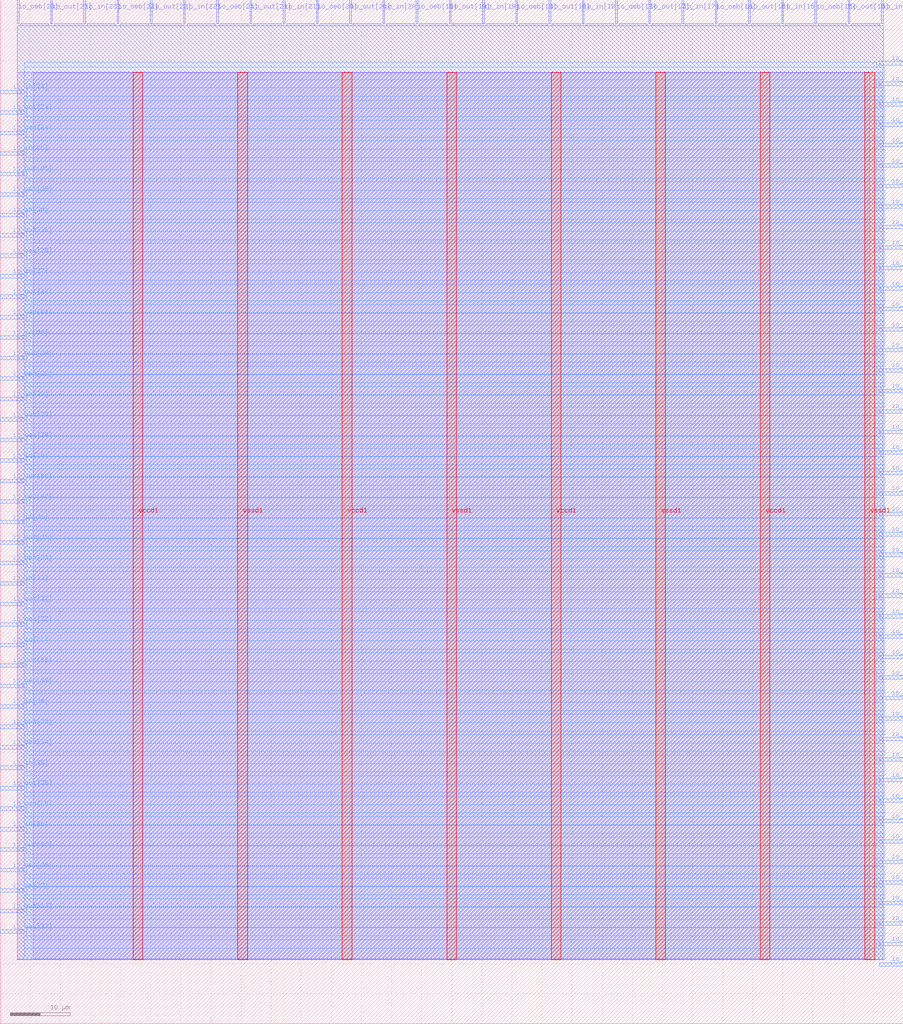
<source format=lef>
VERSION 5.7 ;
  NOWIREEXTENSIONATPIN ON ;
  DIVIDERCHAR "/" ;
  BUSBITCHARS "[]" ;
MACRO tiny_user_project
  CLASS BLOCK ;
  FOREIGN tiny_user_project ;
  ORIGIN 0.000 0.000 ;
  SIZE 150.000 BY 170.000 ;
  PIN io_in[0]
    DIRECTION INPUT ;
    USE SIGNAL ;
    PORT
      LAYER met3 ;
        RECT 146.000 9.560 150.000 10.160 ;
    END
  END io_in[0]
  PIN io_in[10]
    DIRECTION INPUT ;
    USE SIGNAL ;
    PORT
      LAYER met3 ;
        RECT 146.000 111.560 150.000 112.160 ;
    END
  END io_in[10]
  PIN io_in[11]
    DIRECTION INPUT ;
    USE SIGNAL ;
    PORT
      LAYER met3 ;
        RECT 146.000 121.760 150.000 122.360 ;
    END
  END io_in[11]
  PIN io_in[12]
    DIRECTION INPUT ;
    USE SIGNAL ;
    PORT
      LAYER met3 ;
        RECT 146.000 131.960 150.000 132.560 ;
    END
  END io_in[12]
  PIN io_in[13]
    DIRECTION INPUT ;
    USE SIGNAL ;
    PORT
      LAYER met3 ;
        RECT 146.000 142.160 150.000 142.760 ;
    END
  END io_in[13]
  PIN io_in[14]
    DIRECTION INPUT ;
    USE SIGNAL ;
    PORT
      LAYER met3 ;
        RECT 146.000 152.360 150.000 152.960 ;
    END
  END io_in[14]
  PIN io_in[15]
    DIRECTION INPUT ;
    USE SIGNAL ;
    PORT
      LAYER met2 ;
        RECT 146.370 166.000 146.650 170.000 ;
    END
  END io_in[15]
  PIN io_in[16]
    DIRECTION INPUT ;
    USE SIGNAL ;
    PORT
      LAYER met2 ;
        RECT 129.810 166.000 130.090 170.000 ;
    END
  END io_in[16]
  PIN io_in[17]
    DIRECTION INPUT ;
    USE SIGNAL ;
    PORT
      LAYER met2 ;
        RECT 113.250 166.000 113.530 170.000 ;
    END
  END io_in[17]
  PIN io_in[18]
    DIRECTION INPUT ;
    USE SIGNAL ;
    PORT
      LAYER met2 ;
        RECT 96.690 166.000 96.970 170.000 ;
    END
  END io_in[18]
  PIN io_in[19]
    DIRECTION INPUT ;
    USE SIGNAL ;
    PORT
      LAYER met2 ;
        RECT 80.130 166.000 80.410 170.000 ;
    END
  END io_in[19]
  PIN io_in[1]
    DIRECTION INPUT ;
    USE SIGNAL ;
    PORT
      LAYER met3 ;
        RECT 146.000 19.760 150.000 20.360 ;
    END
  END io_in[1]
  PIN io_in[20]
    DIRECTION INPUT ;
    USE SIGNAL ;
    PORT
      LAYER met2 ;
        RECT 63.570 166.000 63.850 170.000 ;
    END
  END io_in[20]
  PIN io_in[21]
    DIRECTION INPUT ;
    USE SIGNAL ;
    PORT
      LAYER met2 ;
        RECT 47.010 166.000 47.290 170.000 ;
    END
  END io_in[21]
  PIN io_in[22]
    DIRECTION INPUT ;
    USE SIGNAL ;
    PORT
      LAYER met2 ;
        RECT 30.450 166.000 30.730 170.000 ;
    END
  END io_in[22]
  PIN io_in[23]
    DIRECTION INPUT ;
    USE SIGNAL ;
    PORT
      LAYER met2 ;
        RECT 13.890 166.000 14.170 170.000 ;
    END
  END io_in[23]
  PIN io_in[24]
    DIRECTION INPUT ;
    USE SIGNAL ;
    PORT
      LAYER met3 ;
        RECT 0.000 154.400 4.000 155.000 ;
    END
  END io_in[24]
  PIN io_in[25]
    DIRECTION INPUT ;
    USE SIGNAL ;
    PORT
      LAYER met3 ;
        RECT 0.000 144.200 4.000 144.800 ;
    END
  END io_in[25]
  PIN io_in[26]
    DIRECTION INPUT ;
    USE SIGNAL ;
    PORT
      LAYER met3 ;
        RECT 0.000 134.000 4.000 134.600 ;
    END
  END io_in[26]
  PIN io_in[27]
    DIRECTION INPUT ;
    USE SIGNAL ;
    PORT
      LAYER met3 ;
        RECT 0.000 123.800 4.000 124.400 ;
    END
  END io_in[27]
  PIN io_in[28]
    DIRECTION INPUT ;
    USE SIGNAL ;
    PORT
      LAYER met3 ;
        RECT 0.000 113.600 4.000 114.200 ;
    END
  END io_in[28]
  PIN io_in[29]
    DIRECTION INPUT ;
    USE SIGNAL ;
    PORT
      LAYER met3 ;
        RECT 0.000 103.400 4.000 104.000 ;
    END
  END io_in[29]
  PIN io_in[2]
    DIRECTION INPUT ;
    USE SIGNAL ;
    PORT
      LAYER met3 ;
        RECT 146.000 29.960 150.000 30.560 ;
    END
  END io_in[2]
  PIN io_in[30]
    DIRECTION INPUT ;
    USE SIGNAL ;
    PORT
      LAYER met3 ;
        RECT 0.000 93.200 4.000 93.800 ;
    END
  END io_in[30]
  PIN io_in[31]
    DIRECTION INPUT ;
    USE SIGNAL ;
    PORT
      LAYER met3 ;
        RECT 0.000 83.000 4.000 83.600 ;
    END
  END io_in[31]
  PIN io_in[32]
    DIRECTION INPUT ;
    USE SIGNAL ;
    PORT
      LAYER met3 ;
        RECT 0.000 72.800 4.000 73.400 ;
    END
  END io_in[32]
  PIN io_in[33]
    DIRECTION INPUT ;
    USE SIGNAL ;
    PORT
      LAYER met3 ;
        RECT 0.000 62.600 4.000 63.200 ;
    END
  END io_in[33]
  PIN io_in[34]
    DIRECTION INPUT ;
    USE SIGNAL ;
    PORT
      LAYER met3 ;
        RECT 0.000 52.400 4.000 53.000 ;
    END
  END io_in[34]
  PIN io_in[35]
    DIRECTION INPUT ;
    USE SIGNAL ;
    PORT
      LAYER met3 ;
        RECT 0.000 42.200 4.000 42.800 ;
    END
  END io_in[35]
  PIN io_in[36]
    DIRECTION INPUT ;
    USE SIGNAL ;
    PORT
      LAYER met3 ;
        RECT 0.000 32.000 4.000 32.600 ;
    END
  END io_in[36]
  PIN io_in[37]
    DIRECTION INPUT ;
    USE SIGNAL ;
    PORT
      LAYER met3 ;
        RECT 0.000 21.800 4.000 22.400 ;
    END
  END io_in[37]
  PIN io_in[3]
    DIRECTION INPUT ;
    USE SIGNAL ;
    PORT
      LAYER met3 ;
        RECT 146.000 40.160 150.000 40.760 ;
    END
  END io_in[3]
  PIN io_in[4]
    DIRECTION INPUT ;
    USE SIGNAL ;
    PORT
      LAYER met3 ;
        RECT 146.000 50.360 150.000 50.960 ;
    END
  END io_in[4]
  PIN io_in[5]
    DIRECTION INPUT ;
    USE SIGNAL ;
    PORT
      LAYER met3 ;
        RECT 146.000 60.560 150.000 61.160 ;
    END
  END io_in[5]
  PIN io_in[6]
    DIRECTION INPUT ;
    USE SIGNAL ;
    PORT
      LAYER met3 ;
        RECT 146.000 70.760 150.000 71.360 ;
    END
  END io_in[6]
  PIN io_in[7]
    DIRECTION INPUT ;
    USE SIGNAL ;
    PORT
      LAYER met3 ;
        RECT 146.000 80.960 150.000 81.560 ;
    END
  END io_in[7]
  PIN io_in[8]
    DIRECTION INPUT ;
    USE SIGNAL ;
    PORT
      LAYER met3 ;
        RECT 146.000 91.160 150.000 91.760 ;
    END
  END io_in[8]
  PIN io_in[9]
    DIRECTION INPUT ;
    USE SIGNAL ;
    PORT
      LAYER met3 ;
        RECT 146.000 101.360 150.000 101.960 ;
    END
  END io_in[9]
  PIN io_oeb[0]
    DIRECTION OUTPUT TRISTATE ;
    USE SIGNAL ;
    PORT
      LAYER met3 ;
        RECT 146.000 16.360 150.000 16.960 ;
    END
  END io_oeb[0]
  PIN io_oeb[10]
    DIRECTION OUTPUT TRISTATE ;
    USE SIGNAL ;
    PORT
      LAYER met3 ;
        RECT 146.000 118.360 150.000 118.960 ;
    END
  END io_oeb[10]
  PIN io_oeb[11]
    DIRECTION OUTPUT TRISTATE ;
    USE SIGNAL ;
    PORT
      LAYER met3 ;
        RECT 146.000 128.560 150.000 129.160 ;
    END
  END io_oeb[11]
  PIN io_oeb[12]
    DIRECTION OUTPUT TRISTATE ;
    USE SIGNAL ;
    PORT
      LAYER met3 ;
        RECT 146.000 138.760 150.000 139.360 ;
    END
  END io_oeb[12]
  PIN io_oeb[13]
    DIRECTION OUTPUT TRISTATE ;
    USE SIGNAL ;
    PORT
      LAYER met3 ;
        RECT 146.000 148.960 150.000 149.560 ;
    END
  END io_oeb[13]
  PIN io_oeb[14]
    DIRECTION OUTPUT TRISTATE ;
    USE SIGNAL ;
    PORT
      LAYER met3 ;
        RECT 146.000 159.160 150.000 159.760 ;
    END
  END io_oeb[14]
  PIN io_oeb[15]
    DIRECTION OUTPUT TRISTATE ;
    USE SIGNAL ;
    PORT
      LAYER met2 ;
        RECT 135.330 166.000 135.610 170.000 ;
    END
  END io_oeb[15]
  PIN io_oeb[16]
    DIRECTION OUTPUT TRISTATE ;
    USE SIGNAL ;
    PORT
      LAYER met2 ;
        RECT 118.770 166.000 119.050 170.000 ;
    END
  END io_oeb[16]
  PIN io_oeb[17]
    DIRECTION OUTPUT TRISTATE ;
    USE SIGNAL ;
    PORT
      LAYER met2 ;
        RECT 102.210 166.000 102.490 170.000 ;
    END
  END io_oeb[17]
  PIN io_oeb[18]
    DIRECTION OUTPUT TRISTATE ;
    USE SIGNAL ;
    PORT
      LAYER met2 ;
        RECT 85.650 166.000 85.930 170.000 ;
    END
  END io_oeb[18]
  PIN io_oeb[19]
    DIRECTION OUTPUT TRISTATE ;
    USE SIGNAL ;
    PORT
      LAYER met2 ;
        RECT 69.090 166.000 69.370 170.000 ;
    END
  END io_oeb[19]
  PIN io_oeb[1]
    DIRECTION OUTPUT TRISTATE ;
    USE SIGNAL ;
    PORT
      LAYER met3 ;
        RECT 146.000 26.560 150.000 27.160 ;
    END
  END io_oeb[1]
  PIN io_oeb[20]
    DIRECTION OUTPUT TRISTATE ;
    USE SIGNAL ;
    PORT
      LAYER met2 ;
        RECT 52.530 166.000 52.810 170.000 ;
    END
  END io_oeb[20]
  PIN io_oeb[21]
    DIRECTION OUTPUT TRISTATE ;
    USE SIGNAL ;
    PORT
      LAYER met2 ;
        RECT 35.970 166.000 36.250 170.000 ;
    END
  END io_oeb[21]
  PIN io_oeb[22]
    DIRECTION OUTPUT TRISTATE ;
    USE SIGNAL ;
    PORT
      LAYER met2 ;
        RECT 19.410 166.000 19.690 170.000 ;
    END
  END io_oeb[22]
  PIN io_oeb[23]
    DIRECTION OUTPUT TRISTATE ;
    USE SIGNAL ;
    PORT
      LAYER met2 ;
        RECT 2.850 166.000 3.130 170.000 ;
    END
  END io_oeb[23]
  PIN io_oeb[24]
    DIRECTION OUTPUT TRISTATE ;
    USE SIGNAL ;
    PORT
      LAYER met3 ;
        RECT 0.000 147.600 4.000 148.200 ;
    END
  END io_oeb[24]
  PIN io_oeb[25]
    DIRECTION OUTPUT TRISTATE ;
    USE SIGNAL ;
    PORT
      LAYER met3 ;
        RECT 0.000 137.400 4.000 138.000 ;
    END
  END io_oeb[25]
  PIN io_oeb[26]
    DIRECTION OUTPUT TRISTATE ;
    USE SIGNAL ;
    PORT
      LAYER met3 ;
        RECT 0.000 127.200 4.000 127.800 ;
    END
  END io_oeb[26]
  PIN io_oeb[27]
    DIRECTION OUTPUT TRISTATE ;
    USE SIGNAL ;
    PORT
      LAYER met3 ;
        RECT 0.000 117.000 4.000 117.600 ;
    END
  END io_oeb[27]
  PIN io_oeb[28]
    DIRECTION OUTPUT TRISTATE ;
    USE SIGNAL ;
    PORT
      LAYER met3 ;
        RECT 0.000 106.800 4.000 107.400 ;
    END
  END io_oeb[28]
  PIN io_oeb[29]
    DIRECTION OUTPUT TRISTATE ;
    USE SIGNAL ;
    PORT
      LAYER met3 ;
        RECT 0.000 96.600 4.000 97.200 ;
    END
  END io_oeb[29]
  PIN io_oeb[2]
    DIRECTION OUTPUT TRISTATE ;
    USE SIGNAL ;
    PORT
      LAYER met3 ;
        RECT 146.000 36.760 150.000 37.360 ;
    END
  END io_oeb[2]
  PIN io_oeb[30]
    DIRECTION OUTPUT TRISTATE ;
    USE SIGNAL ;
    PORT
      LAYER met3 ;
        RECT 0.000 86.400 4.000 87.000 ;
    END
  END io_oeb[30]
  PIN io_oeb[31]
    DIRECTION OUTPUT TRISTATE ;
    USE SIGNAL ;
    PORT
      LAYER met3 ;
        RECT 0.000 76.200 4.000 76.800 ;
    END
  END io_oeb[31]
  PIN io_oeb[32]
    DIRECTION OUTPUT TRISTATE ;
    USE SIGNAL ;
    PORT
      LAYER met3 ;
        RECT 0.000 66.000 4.000 66.600 ;
    END
  END io_oeb[32]
  PIN io_oeb[33]
    DIRECTION OUTPUT TRISTATE ;
    USE SIGNAL ;
    PORT
      LAYER met3 ;
        RECT 0.000 55.800 4.000 56.400 ;
    END
  END io_oeb[33]
  PIN io_oeb[34]
    DIRECTION OUTPUT TRISTATE ;
    USE SIGNAL ;
    PORT
      LAYER met3 ;
        RECT 0.000 45.600 4.000 46.200 ;
    END
  END io_oeb[34]
  PIN io_oeb[35]
    DIRECTION OUTPUT TRISTATE ;
    USE SIGNAL ;
    PORT
      LAYER met3 ;
        RECT 0.000 35.400 4.000 36.000 ;
    END
  END io_oeb[35]
  PIN io_oeb[36]
    DIRECTION OUTPUT TRISTATE ;
    USE SIGNAL ;
    PORT
      LAYER met3 ;
        RECT 0.000 25.200 4.000 25.800 ;
    END
  END io_oeb[36]
  PIN io_oeb[37]
    DIRECTION OUTPUT TRISTATE ;
    USE SIGNAL ;
    PORT
      LAYER met3 ;
        RECT 0.000 15.000 4.000 15.600 ;
    END
  END io_oeb[37]
  PIN io_oeb[3]
    DIRECTION OUTPUT TRISTATE ;
    USE SIGNAL ;
    PORT
      LAYER met3 ;
        RECT 146.000 46.960 150.000 47.560 ;
    END
  END io_oeb[3]
  PIN io_oeb[4]
    DIRECTION OUTPUT TRISTATE ;
    USE SIGNAL ;
    PORT
      LAYER met3 ;
        RECT 146.000 57.160 150.000 57.760 ;
    END
  END io_oeb[4]
  PIN io_oeb[5]
    DIRECTION OUTPUT TRISTATE ;
    USE SIGNAL ;
    PORT
      LAYER met3 ;
        RECT 146.000 67.360 150.000 67.960 ;
    END
  END io_oeb[5]
  PIN io_oeb[6]
    DIRECTION OUTPUT TRISTATE ;
    USE SIGNAL ;
    PORT
      LAYER met3 ;
        RECT 146.000 77.560 150.000 78.160 ;
    END
  END io_oeb[6]
  PIN io_oeb[7]
    DIRECTION OUTPUT TRISTATE ;
    USE SIGNAL ;
    PORT
      LAYER met3 ;
        RECT 146.000 87.760 150.000 88.360 ;
    END
  END io_oeb[7]
  PIN io_oeb[8]
    DIRECTION OUTPUT TRISTATE ;
    USE SIGNAL ;
    PORT
      LAYER met3 ;
        RECT 146.000 97.960 150.000 98.560 ;
    END
  END io_oeb[8]
  PIN io_oeb[9]
    DIRECTION OUTPUT TRISTATE ;
    USE SIGNAL ;
    PORT
      LAYER met3 ;
        RECT 146.000 108.160 150.000 108.760 ;
    END
  END io_oeb[9]
  PIN io_out[0]
    DIRECTION OUTPUT TRISTATE ;
    USE SIGNAL ;
    PORT
      LAYER met3 ;
        RECT 146.000 12.960 150.000 13.560 ;
    END
  END io_out[0]
  PIN io_out[10]
    DIRECTION OUTPUT TRISTATE ;
    USE SIGNAL ;
    PORT
      LAYER met3 ;
        RECT 146.000 114.960 150.000 115.560 ;
    END
  END io_out[10]
  PIN io_out[11]
    DIRECTION OUTPUT TRISTATE ;
    USE SIGNAL ;
    PORT
      LAYER met3 ;
        RECT 146.000 125.160 150.000 125.760 ;
    END
  END io_out[11]
  PIN io_out[12]
    DIRECTION OUTPUT TRISTATE ;
    USE SIGNAL ;
    PORT
      LAYER met3 ;
        RECT 146.000 135.360 150.000 135.960 ;
    END
  END io_out[12]
  PIN io_out[13]
    DIRECTION OUTPUT TRISTATE ;
    USE SIGNAL ;
    PORT
      LAYER met3 ;
        RECT 146.000 145.560 150.000 146.160 ;
    END
  END io_out[13]
  PIN io_out[14]
    DIRECTION OUTPUT TRISTATE ;
    USE SIGNAL ;
    PORT
      LAYER met3 ;
        RECT 146.000 155.760 150.000 156.360 ;
    END
  END io_out[14]
  PIN io_out[15]
    DIRECTION OUTPUT TRISTATE ;
    USE SIGNAL ;
    PORT
      LAYER met2 ;
        RECT 140.850 166.000 141.130 170.000 ;
    END
  END io_out[15]
  PIN io_out[16]
    DIRECTION OUTPUT TRISTATE ;
    USE SIGNAL ;
    PORT
      LAYER met2 ;
        RECT 124.290 166.000 124.570 170.000 ;
    END
  END io_out[16]
  PIN io_out[17]
    DIRECTION OUTPUT TRISTATE ;
    USE SIGNAL ;
    PORT
      LAYER met2 ;
        RECT 107.730 166.000 108.010 170.000 ;
    END
  END io_out[17]
  PIN io_out[18]
    DIRECTION OUTPUT TRISTATE ;
    USE SIGNAL ;
    PORT
      LAYER met2 ;
        RECT 91.170 166.000 91.450 170.000 ;
    END
  END io_out[18]
  PIN io_out[19]
    DIRECTION OUTPUT TRISTATE ;
    USE SIGNAL ;
    PORT
      LAYER met2 ;
        RECT 74.610 166.000 74.890 170.000 ;
    END
  END io_out[19]
  PIN io_out[1]
    DIRECTION OUTPUT TRISTATE ;
    USE SIGNAL ;
    PORT
      LAYER met3 ;
        RECT 146.000 23.160 150.000 23.760 ;
    END
  END io_out[1]
  PIN io_out[20]
    DIRECTION OUTPUT TRISTATE ;
    USE SIGNAL ;
    PORT
      LAYER met2 ;
        RECT 58.050 166.000 58.330 170.000 ;
    END
  END io_out[20]
  PIN io_out[21]
    DIRECTION OUTPUT TRISTATE ;
    USE SIGNAL ;
    PORT
      LAYER met2 ;
        RECT 41.490 166.000 41.770 170.000 ;
    END
  END io_out[21]
  PIN io_out[22]
    DIRECTION OUTPUT TRISTATE ;
    USE SIGNAL ;
    PORT
      LAYER met2 ;
        RECT 24.930 166.000 25.210 170.000 ;
    END
  END io_out[22]
  PIN io_out[23]
    DIRECTION OUTPUT TRISTATE ;
    USE SIGNAL ;
    PORT
      LAYER met2 ;
        RECT 8.370 166.000 8.650 170.000 ;
    END
  END io_out[23]
  PIN io_out[24]
    DIRECTION OUTPUT TRISTATE ;
    USE SIGNAL ;
    PORT
      LAYER met3 ;
        RECT 0.000 151.000 4.000 151.600 ;
    END
  END io_out[24]
  PIN io_out[25]
    DIRECTION OUTPUT TRISTATE ;
    USE SIGNAL ;
    PORT
      LAYER met3 ;
        RECT 0.000 140.800 4.000 141.400 ;
    END
  END io_out[25]
  PIN io_out[26]
    DIRECTION OUTPUT TRISTATE ;
    USE SIGNAL ;
    PORT
      LAYER met3 ;
        RECT 0.000 130.600 4.000 131.200 ;
    END
  END io_out[26]
  PIN io_out[27]
    DIRECTION OUTPUT TRISTATE ;
    USE SIGNAL ;
    PORT
      LAYER met3 ;
        RECT 0.000 120.400 4.000 121.000 ;
    END
  END io_out[27]
  PIN io_out[28]
    DIRECTION OUTPUT TRISTATE ;
    USE SIGNAL ;
    PORT
      LAYER met3 ;
        RECT 0.000 110.200 4.000 110.800 ;
    END
  END io_out[28]
  PIN io_out[29]
    DIRECTION OUTPUT TRISTATE ;
    USE SIGNAL ;
    PORT
      LAYER met3 ;
        RECT 0.000 100.000 4.000 100.600 ;
    END
  END io_out[29]
  PIN io_out[2]
    DIRECTION OUTPUT TRISTATE ;
    USE SIGNAL ;
    PORT
      LAYER met3 ;
        RECT 146.000 33.360 150.000 33.960 ;
    END
  END io_out[2]
  PIN io_out[30]
    DIRECTION OUTPUT TRISTATE ;
    USE SIGNAL ;
    PORT
      LAYER met3 ;
        RECT 0.000 89.800 4.000 90.400 ;
    END
  END io_out[30]
  PIN io_out[31]
    DIRECTION OUTPUT TRISTATE ;
    USE SIGNAL ;
    PORT
      LAYER met3 ;
        RECT 0.000 79.600 4.000 80.200 ;
    END
  END io_out[31]
  PIN io_out[32]
    DIRECTION OUTPUT TRISTATE ;
    USE SIGNAL ;
    PORT
      LAYER met3 ;
        RECT 0.000 69.400 4.000 70.000 ;
    END
  END io_out[32]
  PIN io_out[33]
    DIRECTION OUTPUT TRISTATE ;
    USE SIGNAL ;
    PORT
      LAYER met3 ;
        RECT 0.000 59.200 4.000 59.800 ;
    END
  END io_out[33]
  PIN io_out[34]
    DIRECTION OUTPUT TRISTATE ;
    USE SIGNAL ;
    PORT
      LAYER met3 ;
        RECT 0.000 49.000 4.000 49.600 ;
    END
  END io_out[34]
  PIN io_out[35]
    DIRECTION OUTPUT TRISTATE ;
    USE SIGNAL ;
    PORT
      LAYER met3 ;
        RECT 0.000 38.800 4.000 39.400 ;
    END
  END io_out[35]
  PIN io_out[36]
    DIRECTION OUTPUT TRISTATE ;
    USE SIGNAL ;
    PORT
      LAYER met3 ;
        RECT 0.000 28.600 4.000 29.200 ;
    END
  END io_out[36]
  PIN io_out[37]
    DIRECTION OUTPUT TRISTATE ;
    USE SIGNAL ;
    PORT
      LAYER met3 ;
        RECT 0.000 18.400 4.000 19.000 ;
    END
  END io_out[37]
  PIN io_out[3]
    DIRECTION OUTPUT TRISTATE ;
    USE SIGNAL ;
    PORT
      LAYER met3 ;
        RECT 146.000 43.560 150.000 44.160 ;
    END
  END io_out[3]
  PIN io_out[4]
    DIRECTION OUTPUT TRISTATE ;
    USE SIGNAL ;
    PORT
      LAYER met3 ;
        RECT 146.000 53.760 150.000 54.360 ;
    END
  END io_out[4]
  PIN io_out[5]
    DIRECTION OUTPUT TRISTATE ;
    USE SIGNAL ;
    PORT
      LAYER met3 ;
        RECT 146.000 63.960 150.000 64.560 ;
    END
  END io_out[5]
  PIN io_out[6]
    DIRECTION OUTPUT TRISTATE ;
    USE SIGNAL ;
    PORT
      LAYER met3 ;
        RECT 146.000 74.160 150.000 74.760 ;
    END
  END io_out[6]
  PIN io_out[7]
    DIRECTION OUTPUT TRISTATE ;
    USE SIGNAL ;
    PORT
      LAYER met3 ;
        RECT 146.000 84.360 150.000 84.960 ;
    END
  END io_out[7]
  PIN io_out[8]
    DIRECTION OUTPUT TRISTATE ;
    USE SIGNAL ;
    PORT
      LAYER met3 ;
        RECT 146.000 94.560 150.000 95.160 ;
    END
  END io_out[8]
  PIN io_out[9]
    DIRECTION OUTPUT TRISTATE ;
    USE SIGNAL ;
    PORT
      LAYER met3 ;
        RECT 146.000 104.760 150.000 105.360 ;
    END
  END io_out[9]
  PIN vccd1
    DIRECTION INOUT ;
    USE POWER ;
    PORT
      LAYER met4 ;
        RECT 22.085 10.640 23.685 158.000 ;
    END
    PORT
      LAYER met4 ;
        RECT 56.815 10.640 58.415 158.000 ;
    END
    PORT
      LAYER met4 ;
        RECT 91.545 10.640 93.145 158.000 ;
    END
    PORT
      LAYER met4 ;
        RECT 126.275 10.640 127.875 158.000 ;
    END
  END vccd1
  PIN vssd1
    DIRECTION INOUT ;
    USE GROUND ;
    PORT
      LAYER met4 ;
        RECT 39.450 10.640 41.050 158.000 ;
    END
    PORT
      LAYER met4 ;
        RECT 74.180 10.640 75.780 158.000 ;
    END
    PORT
      LAYER met4 ;
        RECT 108.910 10.640 110.510 158.000 ;
    END
    PORT
      LAYER met4 ;
        RECT 143.640 10.640 145.240 158.000 ;
    END
  END vssd1
  OBS
      LAYER li1 ;
        RECT 5.520 10.795 144.440 157.845 ;
      LAYER met1 ;
        RECT 2.830 10.640 146.670 158.000 ;
      LAYER met2 ;
        RECT 3.410 165.720 8.090 166.000 ;
        RECT 8.930 165.720 13.610 166.000 ;
        RECT 14.450 165.720 19.130 166.000 ;
        RECT 19.970 165.720 24.650 166.000 ;
        RECT 25.490 165.720 30.170 166.000 ;
        RECT 31.010 165.720 35.690 166.000 ;
        RECT 36.530 165.720 41.210 166.000 ;
        RECT 42.050 165.720 46.730 166.000 ;
        RECT 47.570 165.720 52.250 166.000 ;
        RECT 53.090 165.720 57.770 166.000 ;
        RECT 58.610 165.720 63.290 166.000 ;
        RECT 64.130 165.720 68.810 166.000 ;
        RECT 69.650 165.720 74.330 166.000 ;
        RECT 75.170 165.720 79.850 166.000 ;
        RECT 80.690 165.720 85.370 166.000 ;
        RECT 86.210 165.720 90.890 166.000 ;
        RECT 91.730 165.720 96.410 166.000 ;
        RECT 97.250 165.720 101.930 166.000 ;
        RECT 102.770 165.720 107.450 166.000 ;
        RECT 108.290 165.720 112.970 166.000 ;
        RECT 113.810 165.720 118.490 166.000 ;
        RECT 119.330 165.720 124.010 166.000 ;
        RECT 124.850 165.720 129.530 166.000 ;
        RECT 130.370 165.720 135.050 166.000 ;
        RECT 135.890 165.720 140.570 166.000 ;
        RECT 141.410 165.720 146.090 166.000 ;
        RECT 2.860 10.695 146.640 165.720 ;
      LAYER met3 ;
        RECT 4.000 158.760 145.600 159.625 ;
        RECT 4.000 156.760 146.890 158.760 ;
        RECT 4.000 155.400 145.600 156.760 ;
        RECT 4.400 155.360 145.600 155.400 ;
        RECT 4.400 154.000 146.890 155.360 ;
        RECT 4.000 153.360 146.890 154.000 ;
        RECT 4.000 152.000 145.600 153.360 ;
        RECT 4.400 151.960 145.600 152.000 ;
        RECT 4.400 150.600 146.890 151.960 ;
        RECT 4.000 149.960 146.890 150.600 ;
        RECT 4.000 148.600 145.600 149.960 ;
        RECT 4.400 148.560 145.600 148.600 ;
        RECT 4.400 147.200 146.890 148.560 ;
        RECT 4.000 146.560 146.890 147.200 ;
        RECT 4.000 145.200 145.600 146.560 ;
        RECT 4.400 145.160 145.600 145.200 ;
        RECT 4.400 143.800 146.890 145.160 ;
        RECT 4.000 143.160 146.890 143.800 ;
        RECT 4.000 141.800 145.600 143.160 ;
        RECT 4.400 141.760 145.600 141.800 ;
        RECT 4.400 140.400 146.890 141.760 ;
        RECT 4.000 139.760 146.890 140.400 ;
        RECT 4.000 138.400 145.600 139.760 ;
        RECT 4.400 138.360 145.600 138.400 ;
        RECT 4.400 137.000 146.890 138.360 ;
        RECT 4.000 136.360 146.890 137.000 ;
        RECT 4.000 135.000 145.600 136.360 ;
        RECT 4.400 134.960 145.600 135.000 ;
        RECT 4.400 133.600 146.890 134.960 ;
        RECT 4.000 132.960 146.890 133.600 ;
        RECT 4.000 131.600 145.600 132.960 ;
        RECT 4.400 131.560 145.600 131.600 ;
        RECT 4.400 130.200 146.890 131.560 ;
        RECT 4.000 129.560 146.890 130.200 ;
        RECT 4.000 128.200 145.600 129.560 ;
        RECT 4.400 128.160 145.600 128.200 ;
        RECT 4.400 126.800 146.890 128.160 ;
        RECT 4.000 126.160 146.890 126.800 ;
        RECT 4.000 124.800 145.600 126.160 ;
        RECT 4.400 124.760 145.600 124.800 ;
        RECT 4.400 123.400 146.890 124.760 ;
        RECT 4.000 122.760 146.890 123.400 ;
        RECT 4.000 121.400 145.600 122.760 ;
        RECT 4.400 121.360 145.600 121.400 ;
        RECT 4.400 120.000 146.890 121.360 ;
        RECT 4.000 119.360 146.890 120.000 ;
        RECT 4.000 118.000 145.600 119.360 ;
        RECT 4.400 117.960 145.600 118.000 ;
        RECT 4.400 116.600 146.890 117.960 ;
        RECT 4.000 115.960 146.890 116.600 ;
        RECT 4.000 114.600 145.600 115.960 ;
        RECT 4.400 114.560 145.600 114.600 ;
        RECT 4.400 113.200 146.890 114.560 ;
        RECT 4.000 112.560 146.890 113.200 ;
        RECT 4.000 111.200 145.600 112.560 ;
        RECT 4.400 111.160 145.600 111.200 ;
        RECT 4.400 109.800 146.890 111.160 ;
        RECT 4.000 109.160 146.890 109.800 ;
        RECT 4.000 107.800 145.600 109.160 ;
        RECT 4.400 107.760 145.600 107.800 ;
        RECT 4.400 106.400 146.890 107.760 ;
        RECT 4.000 105.760 146.890 106.400 ;
        RECT 4.000 104.400 145.600 105.760 ;
        RECT 4.400 104.360 145.600 104.400 ;
        RECT 4.400 103.000 146.890 104.360 ;
        RECT 4.000 102.360 146.890 103.000 ;
        RECT 4.000 101.000 145.600 102.360 ;
        RECT 4.400 100.960 145.600 101.000 ;
        RECT 4.400 99.600 146.890 100.960 ;
        RECT 4.000 98.960 146.890 99.600 ;
        RECT 4.000 97.600 145.600 98.960 ;
        RECT 4.400 97.560 145.600 97.600 ;
        RECT 4.400 96.200 146.890 97.560 ;
        RECT 4.000 95.560 146.890 96.200 ;
        RECT 4.000 94.200 145.600 95.560 ;
        RECT 4.400 94.160 145.600 94.200 ;
        RECT 4.400 92.800 146.890 94.160 ;
        RECT 4.000 92.160 146.890 92.800 ;
        RECT 4.000 90.800 145.600 92.160 ;
        RECT 4.400 90.760 145.600 90.800 ;
        RECT 4.400 89.400 146.890 90.760 ;
        RECT 4.000 88.760 146.890 89.400 ;
        RECT 4.000 87.400 145.600 88.760 ;
        RECT 4.400 87.360 145.600 87.400 ;
        RECT 4.400 86.000 146.890 87.360 ;
        RECT 4.000 85.360 146.890 86.000 ;
        RECT 4.000 84.000 145.600 85.360 ;
        RECT 4.400 83.960 145.600 84.000 ;
        RECT 4.400 82.600 146.890 83.960 ;
        RECT 4.000 81.960 146.890 82.600 ;
        RECT 4.000 80.600 145.600 81.960 ;
        RECT 4.400 80.560 145.600 80.600 ;
        RECT 4.400 79.200 146.890 80.560 ;
        RECT 4.000 78.560 146.890 79.200 ;
        RECT 4.000 77.200 145.600 78.560 ;
        RECT 4.400 77.160 145.600 77.200 ;
        RECT 4.400 75.800 146.890 77.160 ;
        RECT 4.000 75.160 146.890 75.800 ;
        RECT 4.000 73.800 145.600 75.160 ;
        RECT 4.400 73.760 145.600 73.800 ;
        RECT 4.400 72.400 146.890 73.760 ;
        RECT 4.000 71.760 146.890 72.400 ;
        RECT 4.000 70.400 145.600 71.760 ;
        RECT 4.400 70.360 145.600 70.400 ;
        RECT 4.400 69.000 146.890 70.360 ;
        RECT 4.000 68.360 146.890 69.000 ;
        RECT 4.000 67.000 145.600 68.360 ;
        RECT 4.400 66.960 145.600 67.000 ;
        RECT 4.400 65.600 146.890 66.960 ;
        RECT 4.000 64.960 146.890 65.600 ;
        RECT 4.000 63.600 145.600 64.960 ;
        RECT 4.400 63.560 145.600 63.600 ;
        RECT 4.400 62.200 146.890 63.560 ;
        RECT 4.000 61.560 146.890 62.200 ;
        RECT 4.000 60.200 145.600 61.560 ;
        RECT 4.400 60.160 145.600 60.200 ;
        RECT 4.400 58.800 146.890 60.160 ;
        RECT 4.000 58.160 146.890 58.800 ;
        RECT 4.000 56.800 145.600 58.160 ;
        RECT 4.400 56.760 145.600 56.800 ;
        RECT 4.400 55.400 146.890 56.760 ;
        RECT 4.000 54.760 146.890 55.400 ;
        RECT 4.000 53.400 145.600 54.760 ;
        RECT 4.400 53.360 145.600 53.400 ;
        RECT 4.400 52.000 146.890 53.360 ;
        RECT 4.000 51.360 146.890 52.000 ;
        RECT 4.000 50.000 145.600 51.360 ;
        RECT 4.400 49.960 145.600 50.000 ;
        RECT 4.400 48.600 146.890 49.960 ;
        RECT 4.000 47.960 146.890 48.600 ;
        RECT 4.000 46.600 145.600 47.960 ;
        RECT 4.400 46.560 145.600 46.600 ;
        RECT 4.400 45.200 146.890 46.560 ;
        RECT 4.000 44.560 146.890 45.200 ;
        RECT 4.000 43.200 145.600 44.560 ;
        RECT 4.400 43.160 145.600 43.200 ;
        RECT 4.400 41.800 146.890 43.160 ;
        RECT 4.000 41.160 146.890 41.800 ;
        RECT 4.000 39.800 145.600 41.160 ;
        RECT 4.400 39.760 145.600 39.800 ;
        RECT 4.400 38.400 146.890 39.760 ;
        RECT 4.000 37.760 146.890 38.400 ;
        RECT 4.000 36.400 145.600 37.760 ;
        RECT 4.400 36.360 145.600 36.400 ;
        RECT 4.400 35.000 146.890 36.360 ;
        RECT 4.000 34.360 146.890 35.000 ;
        RECT 4.000 33.000 145.600 34.360 ;
        RECT 4.400 32.960 145.600 33.000 ;
        RECT 4.400 31.600 146.890 32.960 ;
        RECT 4.000 30.960 146.890 31.600 ;
        RECT 4.000 29.600 145.600 30.960 ;
        RECT 4.400 29.560 145.600 29.600 ;
        RECT 4.400 28.200 146.890 29.560 ;
        RECT 4.000 27.560 146.890 28.200 ;
        RECT 4.000 26.200 145.600 27.560 ;
        RECT 4.400 26.160 145.600 26.200 ;
        RECT 4.400 24.800 146.890 26.160 ;
        RECT 4.000 24.160 146.890 24.800 ;
        RECT 4.000 22.800 145.600 24.160 ;
        RECT 4.400 22.760 145.600 22.800 ;
        RECT 4.400 21.400 146.890 22.760 ;
        RECT 4.000 20.760 146.890 21.400 ;
        RECT 4.000 19.400 145.600 20.760 ;
        RECT 4.400 19.360 145.600 19.400 ;
        RECT 4.400 18.000 146.890 19.360 ;
        RECT 4.000 17.360 146.890 18.000 ;
        RECT 4.000 16.000 145.600 17.360 ;
        RECT 4.400 15.960 145.600 16.000 ;
        RECT 4.400 14.600 146.890 15.960 ;
        RECT 4.000 13.960 146.890 14.600 ;
        RECT 4.000 12.560 145.600 13.960 ;
        RECT 4.000 10.715 146.890 12.560 ;
  END
END tiny_user_project
END LIBRARY


</source>
